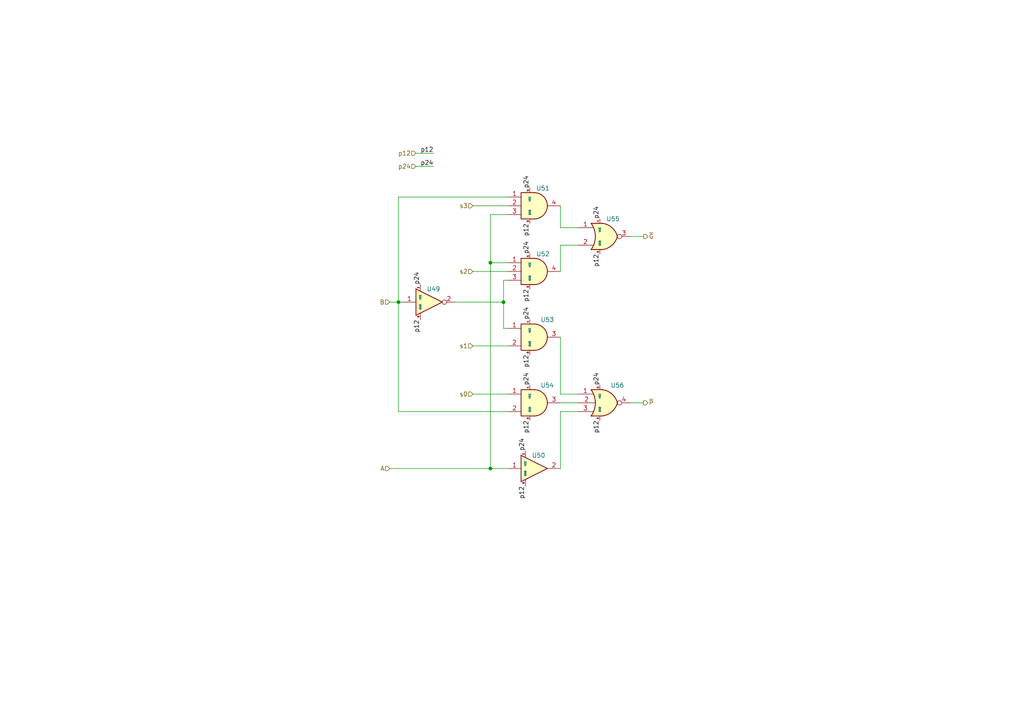
<source format=kicad_sch>
(kicad_sch (version 20231120) (generator "eeschema") (generator_version "8.0")
  (paper "A4")
  (lib_symbols
    (symbol "SimCad:AND2" (pin_names (offset 1.016))
      (property "Reference" "U" (at 2.54 5.08 0))
      (symbol "AND2_1_1"
        (polyline (pts (xy 1.27 3.81) (xy -2.54 3.81) (xy -2.54 -3.81) (xy 1.27 -3.81)) (stroke (width 0.254)) (fill (type background)))
        (arc (start 1.27 -3.81) (mid 5.08 0) (end 1.27 3.81) (stroke (width 0.254)) (fill (type background)))
        (pin input line (at 0 -5.08 90) (length 1.27) (name "GND") (number "0"))
        (pin input line (at -6.35 2.54 0) (length 3.81) (name "~") (number "1"))
        (pin input line (at -6.35 -2.54 0) (length 3.81) (name "~") (number "2"))
        (pin output line (at 8.89 0 180) (length 3.81) (name "~") (number "3"))
        (pin input line (at 0 5.08 270) (length 1.27) (name "VCC") (number "4"))
      )
    )
    (symbol "SimCad:AND3" (pin_names (offset 1.016))
      (property "Reference" "U" (at 2.54 5.08 0))
      (symbol "AND3_1_1"
        (polyline (pts (xy 1.27 3.81) (xy -2.54 3.81) (xy -2.54 -3.81) (xy 1.27 -3.81)) (stroke (width 0.254)) (fill (type background)))
        (arc (start 1.27 -3.81) (mid 5.08 0) (end 1.27 3.81) (stroke (width 0.254)) (fill (type background)))
        (pin input line (at 0 -5.08 90) (length 1.27) (name "GND") (number "0"))
        (pin input line (at -6.35 2.54 0) (length 3.81) (name "~") (number "1"))
        (pin input line (at -6.35 0 0) (length 3.81) (name "~") (number "2"))
        (pin input line (at -6.35 -2.54 0) (length 3.81) (name "~") (number "3"))
        (pin output line (at 8.89 0 180) (length 3.81) (name "~") (number "4"))
        (pin input line (at 0 5.08 270) (length 1.27) (name "VCC") (number "5"))
      )
    )
    (symbol "SimCad:BUF" (pin_names (offset 1.016))
      (property "Reference" "U" (at 2.54 5.08 0))
      (symbol "BUF_1_1"
        (polyline (pts (xy -1.27 3.81) (xy -1.27 -3.81) (xy 6.35 0) (xy -1.27 3.81)) (stroke (width 0.254)) (fill (type background)))
        (pin input line (at 0 -5.08 90) (length 1.8034) (name "GND") (number "0"))
        (pin input line (at -5.08 0 0) (length 3.81) (name "~") (number "1"))
        (pin output line (at 10.16 0 180) (length 3.81) (name "~") (number "2"))
        (pin input line (at 0 5.08 270) (length 1.8034) (name "VCC") (number "3"))
      )
    )
    (symbol "SimCad:INV" (pin_names (offset 1.016))
      (property "Reference" "U" (at 2.54 5.08 0))
      (symbol "INV_1_1"
        (polyline (pts (xy -1.27 3.81) (xy -1.27 -3.81) (xy 6.35 0) (xy -1.27 3.81)) (stroke (width 0.254)) (fill (type background)))
        (pin input line (at 0 -5.08 90) (length 1.8034) (name "GND") (number "0"))
        (pin input line (at -5.08 0 0) (length 3.81) (name "~") (number "1"))
        (pin output inverted (at 10.16 0 180) (length 3.81) (name "~") (number "2"))
        (pin input line (at 0 5.08 270) (length 1.8034) (name "VCC") (number "3"))
      )
    )
    (symbol "SimCad:NOR2" (pin_names (offset 1.016))
      (property "Reference" "U" (at 2.54 5.08 0))
      (symbol "NOR2_1_1"
        (arc (start -2.54 -3.81) (mid -1.319 0) (end -2.54 3.81) (stroke (width 0.254)))
        (polyline (pts (xy -2.54 -3.81) (xy 0.635 -3.81)) (stroke (width 0.254)) (fill (type background)))
        (polyline (pts (xy -2.54 3.81) (xy 0.635 3.81)) (stroke (width 0.254)) (fill (type background)))
        (polyline (pts (xy 0.635 3.81) (xy -2.54 3.81) (xy -2.54 3.81) (xy -2.286 3.4036) (xy -1.7526 2.2606) (xy -1.4224 1.0414) (xy -1.3462 -0.254) (xy -1.4986 -1.4986) (xy -1.905 -2.7178) (xy -2.54 -3.81) (xy -2.54 -3.81) (xy 0.635 -3.81)) (stroke (width -25.4)) (fill (type background)))
        (arc (start 0.6604 -3.81) (mid 3.4542 -2.5851) (end 5.08 0) (stroke (width 0.254)) (fill (type background)))
        (arc (start 5.08 0) (mid 3.4615 2.5936) (end 0.6604 3.81) (stroke (width 0.254)) (fill (type background)))
        (pin input line (at 0 -5.08 90) (length 1.27) (name "GND") (number "0"))
        (pin input line (at -6.35 2.54 0) (length 4.318) (name "~") (number "1"))
        (pin input line (at -6.35 -2.54 0) (length 4.318) (name "~") (number "2"))
        (pin output inverted (at 8.89 0 180) (length 3.81) (name "~") (number "3"))
        (pin input line (at 0 5.08 270) (length 1.27) (name "VCC") (number "4"))
      )
    )
    (symbol "SimCad:NOR3" (pin_names (offset 1.016))
      (property "Reference" "U" (at 2.54 5.08 0))
      (symbol "NOR3_1_1"
        (arc (start -2.54 -3.81) (mid -1.319 0) (end -2.54 3.81) (stroke (width 0.254)))
        (polyline (pts (xy -2.54 -3.81) (xy 0.635 -3.81)) (stroke (width 0.254)) (fill (type background)))
        (polyline (pts (xy -2.54 3.81) (xy 0.635 3.81)) (stroke (width 0.254)) (fill (type background)))
        (polyline (pts (xy 0.635 3.81) (xy -2.54 3.81) (xy -2.54 3.81) (xy -2.286 3.4036) (xy -1.7526 2.2606) (xy -1.4224 1.0414) (xy -1.3462 -0.254) (xy -1.4986 -1.4986) (xy -1.905 -2.7178) (xy -2.54 -3.81) (xy -2.54 -3.81) (xy 0.635 -3.81)) (stroke (width -25.4)) (fill (type background)))
        (arc (start 0.6604 -3.81) (mid 3.4542 -2.5851) (end 5.08 0) (stroke (width 0.254)) (fill (type background)))
        (arc (start 5.08 0) (mid 3.4615 2.5936) (end 0.6604 3.81) (stroke (width 0.254)) (fill (type background)))
        (pin input line (at 0 -5.08 90) (length 1.27) (name "GND") (number "0"))
        (pin input line (at -6.35 2.54 0) (length 4.318) (name "~") (number "1"))
        (pin input line (at -6.35 0 0) (length 4.953) (name "~") (number "2"))
        (pin input line (at -6.35 -2.54 0) (length 4.318) (name "~") (number "3"))
        (pin output inverted (at 8.89 0 180) (length 3.81) (name "~") (number "4"))
        (pin input line (at 0 5.08 270) (length 1.27) (name "VCC") (number "5"))
      )
    )
  )
  (junction (at 142.24 76.2))
  (junction (at 115.57 87.63))
  (junction (at 142.24 135.89))
  (junction (at 146.05 87.63))
  (wire (pts (xy 137.16 78.74) (xy 147.32 78.74)))
  (wire (pts (xy 137.16 59.69) (xy 147.32 59.69)))
  (wire (pts (xy 115.57 57.15) (xy 115.57 87.63)))
  (wire (pts (xy 113.03 87.63) (xy 115.57 87.63)))
  (wire (pts (xy 162.56 116.84) (xy 167.64 116.84)))
  (wire (pts (xy 162.56 59.69) (xy 162.56 66.04)))
  (wire (pts (xy 147.32 119.38) (xy 115.57 119.38)))
  (wire (pts (xy 142.24 62.23) (xy 147.32 62.23)))
  (wire (pts (xy 182.88 116.84) (xy 186.69 116.84)))
  (wire (pts (xy 120.65 44.45) (xy 125.73 44.45)))
  (wire (pts (xy 162.56 114.3) (xy 167.64 114.3)))
  (wire (pts (xy 182.88 68.58) (xy 186.69 68.58)))
  (wire (pts (xy 147.32 57.15) (xy 115.57 57.15)))
  (wire (pts (xy 115.57 87.63) (xy 116.84 87.63)))
  (wire (pts (xy 162.56 66.04) (xy 167.64 66.04)))
  (wire (pts (xy 115.57 119.38) (xy 115.57 87.63)))
  (wire (pts (xy 142.24 62.23) (xy 142.24 76.2)))
  (wire (pts (xy 132.08 87.63) (xy 146.05 87.63)))
  (wire (pts (xy 162.56 71.12) (xy 167.64 71.12)))
  (wire (pts (xy 113.03 135.89) (xy 142.24 135.89)))
  (wire (pts (xy 146.05 95.25) (xy 147.32 95.25)))
  (wire (pts (xy 162.56 78.74) (xy 162.56 71.12)))
  (wire (pts (xy 147.32 81.28) (xy 146.05 81.28)))
  (wire (pts (xy 142.24 135.89) (xy 147.32 135.89)))
  (wire (pts (xy 146.05 87.63) (xy 146.05 95.25)))
  (wire (pts (xy 162.56 135.89) (xy 162.56 119.38)))
  (wire (pts (xy 137.16 114.3) (xy 147.32 114.3)))
  (wire (pts (xy 142.24 76.2) (xy 142.24 135.89)))
  (wire (pts (xy 162.56 119.38) (xy 167.64 119.38)))
  (wire (pts (xy 142.24 76.2) (xy 147.32 76.2)))
  (wire (pts (xy 120.65 48.26) (xy 125.73 48.26)))
  (wire (pts (xy 146.05 81.28) (xy 146.05 87.63)))
  (wire (pts (xy 162.56 97.79) (xy 162.56 114.3)))
  (wire (pts (xy 137.16 100.33) (xy 147.32 100.33)))
  (label "p12" (at 153.67 102.87 270))
  (label "p24" (at 153.67 111.76 90))
  (label "p24" (at 153.67 73.66 90))
  (label "p12" (at 153.67 121.92 270))
  (label "p12" (at 121.92 92.71 270))
  (label "p24" (at 153.67 92.71 90))
  (label "p12" (at 152.4 140.97 270))
  (label "p12" (at 173.99 121.92 270))
  (label "p24" (at 153.67 54.61 90))
  (label "p24" (at 121.92 82.55 90))
  (label "p24" (at 152.4 130.81 90))
  (label "p12" (at 173.99 73.66 270))
  (label "p12" (at 125.73 44.45 180))
  (label "p24" (at 173.99 111.76 90))
  (label "p12" (at 153.67 64.77 270))
  (label "p24" (at 173.99 63.5 90))
  (label "p24" (at 125.73 48.26 180))
  (label "p12" (at 153.67 83.82 270))
  (hierarchical_label "A" (shape input) (at 113.03 135.89 180))
  (hierarchical_label "p24" (shape input) (at 120.65 48.26 180))
  (hierarchical_label "s2" (shape input) (at 137.16 78.74 180))
  (hierarchical_label "s0" (shape input) (at 137.16 114.3 180))
  (hierarchical_label "s1" (shape input) (at 137.16 100.33 180))
  (hierarchical_label "s3" (shape input) (at 137.16 59.69 180))
  (hierarchical_label "~{P}" (shape output) (at 186.69 116.84 0))
  (hierarchical_label "B" (shape input) (at 113.03 87.63 180))
  (hierarchical_label "p12" (shape input) (at 120.65 44.45 180))
  (hierarchical_label "~{G}" (shape output) (at 186.69 68.58 0))
  (symbol (lib_id "SimCad:BUF") (at 152.4 135.89 0) (unit 1)
    (property "Reference" "U50" (at 156.21 132.08 0))
    (property "Value" "BUF" (effects (hide yes)))
    (instances (project "_74LS181" (path "" (reference "U50") (unit 1)) (path "" (reference "U58") (unit 1)) (path "" (reference "U42") (unit 1)) (path "" (reference "U34") (unit 1))))
  )
  (symbol (lib_id "SimCad:NOR2") (at 173.99 68.58 0) (unit 1)
    (property "Reference" "U55" (at 177.8 63.5 0))
    (property "Value" "NOR2" (effects (hide yes)))
    (instances (project "_74LS181" (path "" (reference "U55") (unit 1)) (path "" (reference "U63") (unit 1)) (path "" (reference "U47") (unit 1)) (path "" (reference "U39") (unit 1))))
  )
  (symbol (lib_id "SimCad:NOR3") (at 173.99 116.84 0) (unit 1)
    (property "Reference" "U56" (at 179.07 111.76 0))
    (property "Value" "NOR3" (effects (hide yes)))
    (instances (project "_74LS181" (path "" (reference "U56") (unit 1)) (path "" (reference "U64") (unit 1)) (path "" (reference "U48") (unit 1)) (path "" (reference "U40") (unit 1))))
  )
  (symbol (lib_id "SimCad:AND2") (at 153.67 116.84 0) (unit 1)
    (property "Reference" "U54" (at 158.75 111.76 0))
    (property "Value" "AND2" (effects (hide yes)))
    (instances (project "_74LS181" (path "" (reference "U54") (unit 1)) (path "" (reference "U62") (unit 1)) (path "" (reference "U46") (unit 1)) (path "" (reference "U38") (unit 1))))
  )
  (symbol (lib_id "SimCad:INV") (at 121.92 87.63 0) (unit 1)
    (property "Reference" "U49" (at 125.73 83.82 0))
    (property "Value" "INV" (effects (hide yes)))
    (instances (project "_74LS181" (path "" (reference "U49") (unit 1)) (path "" (reference "U57") (unit 1)) (path "" (reference "U41") (unit 1)) (path "" (reference "U33") (unit 1))))
  )
  (symbol (lib_id "SimCad:AND3") (at 153.67 78.74 0) (unit 1)
    (property "Reference" "U52" (at 157.48 73.66 0))
    (property "Value" "AND3" (effects (hide yes)))
    (instances (project "_74LS181" (path "" (reference "U52") (unit 1)) (path "" (reference "U60") (unit 1)) (path "" (reference "U44") (unit 1)) (path "" (reference "U36") (unit 1))))
  )
  (symbol (lib_id "SimCad:AND2") (at 153.67 97.79 0) (unit 1)
    (property "Reference" "U53" (at 158.75 92.71 0))
    (property "Value" "AND2" (effects (hide yes)))
    (instances (project "_74LS181" (path "" (reference "U53") (unit 1)) (path "" (reference "U61") (unit 1)) (path "" (reference "U45") (unit 1)) (path "" (reference "U37") (unit 1))))
  )
  (symbol (lib_id "SimCad:AND3") (at 153.67 59.69 0) (unit 1)
    (property "Reference" "U51" (at 157.48 54.61 0))
    (property "Value" "AND3" (effects (hide yes)))
    (instances (project "_74LS181" (path "" (reference "U51") (unit 1)) (path "" (reference "U59") (unit 1)) (path "" (reference "U43") (unit 1)) (path "" (reference "U35") (unit 1))))
  )
)
</source>
